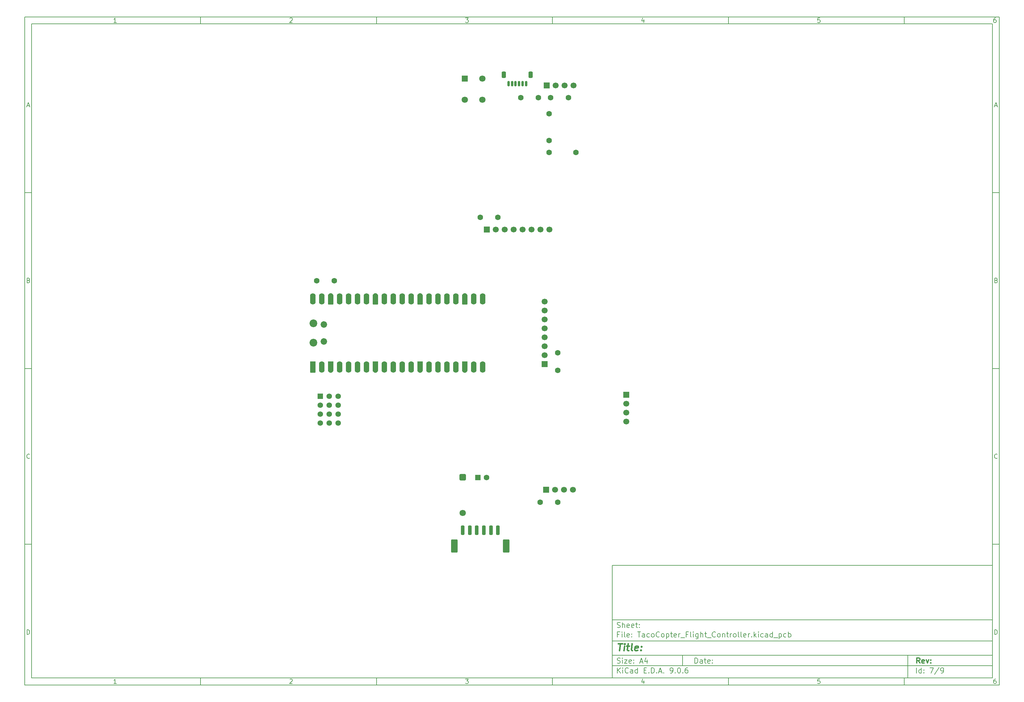
<source format=gts>
%TF.GenerationSoftware,KiCad,Pcbnew,9.0.6*%
%TF.CreationDate,2025-12-22T22:43:43-05:00*%
%TF.ProjectId,TacoCopter_Flight_Controller,5461636f-436f-4707-9465-725f466c6967,rev?*%
%TF.SameCoordinates,Original*%
%TF.FileFunction,Soldermask,Top*%
%TF.FilePolarity,Negative*%
%FSLAX46Y46*%
G04 Gerber Fmt 4.6, Leading zero omitted, Abs format (unit mm)*
G04 Created by KiCad (PCBNEW 9.0.6) date 2025-12-22 22:43:43*
%MOMM*%
%LPD*%
G01*
G04 APERTURE LIST*
G04 Aperture macros list*
%AMRoundRect*
0 Rectangle with rounded corners*
0 $1 Rounding radius*
0 $2 $3 $4 $5 $6 $7 $8 $9 X,Y pos of 4 corners*
0 Add a 4 corners polygon primitive as box body*
4,1,4,$2,$3,$4,$5,$6,$7,$8,$9,$2,$3,0*
0 Add four circle primitives for the rounded corners*
1,1,$1+$1,$2,$3*
1,1,$1+$1,$4,$5*
1,1,$1+$1,$6,$7*
1,1,$1+$1,$8,$9*
0 Add four rect primitives between the rounded corners*
20,1,$1+$1,$2,$3,$4,$5,0*
20,1,$1+$1,$4,$5,$6,$7,0*
20,1,$1+$1,$6,$7,$8,$9,0*
20,1,$1+$1,$8,$9,$2,$3,0*%
%AMFreePoly0*
4,1,37,0.800000,0.796148,0.878414,0.796148,1.032228,0.765552,1.177117,0.705537,1.307515,0.618408,1.418408,0.507515,1.505537,0.377117,1.565552,0.232228,1.596148,0.078414,1.596148,-0.078414,1.565552,-0.232228,1.505537,-0.377117,1.418408,-0.507515,1.307515,-0.618408,1.177117,-0.705537,1.032228,-0.765552,0.878414,-0.796148,0.800000,-0.796148,0.800000,-0.800000,-1.400000,-0.800000,
-1.403843,-0.796157,-1.439018,-0.796157,-1.511114,-0.766294,-1.566294,-0.711114,-1.596157,-0.639018,-1.596157,-0.603843,-1.600000,-0.600000,-1.600000,0.600000,-1.596157,0.603843,-1.596157,0.639018,-1.566294,0.711114,-1.511114,0.766294,-1.439018,0.796157,-1.403843,0.796157,-1.400000,0.800000,0.800000,0.800000,0.800000,0.796148,0.800000,0.796148,$1*%
%AMFreePoly1*
4,1,37,0.000000,0.796148,0.078414,0.796148,0.232228,0.765552,0.377117,0.705537,0.507515,0.618408,0.618408,0.507515,0.705537,0.377117,0.765552,0.232228,0.796148,0.078414,0.796148,-0.078414,0.765552,-0.232228,0.705537,-0.377117,0.618408,-0.507515,0.507515,-0.618408,0.377117,-0.705537,0.232228,-0.765552,0.078414,-0.796148,0.000000,-0.796148,0.000000,-0.800000,-0.600000,-0.800000,
-0.603843,-0.796157,-0.639018,-0.796157,-0.711114,-0.766294,-0.766294,-0.711114,-0.796157,-0.639018,-0.796157,-0.603843,-0.800000,-0.600000,-0.800000,0.600000,-0.796157,0.603843,-0.796157,0.639018,-0.766294,0.711114,-0.711114,0.766294,-0.639018,0.796157,-0.603843,0.796157,-0.600000,0.800000,0.000000,0.800000,0.000000,0.796148,0.000000,0.796148,$1*%
%AMFreePoly2*
4,1,37,0.603843,0.796157,0.639018,0.796157,0.711114,0.766294,0.766294,0.711114,0.796157,0.639018,0.796157,0.603843,0.800000,0.600000,0.800000,-0.600000,0.796157,-0.603843,0.796157,-0.639018,0.766294,-0.711114,0.711114,-0.766294,0.639018,-0.796157,0.603843,-0.796157,0.600000,-0.800000,0.000000,-0.800000,0.000000,-0.796148,-0.078414,-0.796148,-0.232228,-0.765552,-0.377117,-0.705537,
-0.507515,-0.618408,-0.618408,-0.507515,-0.705537,-0.377117,-0.765552,-0.232228,-0.796148,-0.078414,-0.796148,0.078414,-0.765552,0.232228,-0.705537,0.377117,-0.618408,0.507515,-0.507515,0.618408,-0.377117,0.705537,-0.232228,0.765552,-0.078414,0.796148,0.000000,0.796148,0.000000,0.800000,0.600000,0.800000,0.603843,0.796157,0.603843,0.796157,$1*%
%AMFreePoly3*
4,1,37,1.403843,0.796157,1.439018,0.796157,1.511114,0.766294,1.566294,0.711114,1.596157,0.639018,1.596157,0.603843,1.600000,0.600000,1.600000,-0.600000,1.596157,-0.603843,1.596157,-0.639018,1.566294,-0.711114,1.511114,-0.766294,1.439018,-0.796157,1.403843,-0.796157,1.400000,-0.800000,-0.800000,-0.800000,-0.800000,-0.796148,-0.878414,-0.796148,-1.032228,-0.765552,-1.177117,-0.705537,
-1.307515,-0.618408,-1.418408,-0.507515,-1.505537,-0.377117,-1.565552,-0.232228,-1.596148,-0.078414,-1.596148,0.078414,-1.565552,0.232228,-1.505537,0.377117,-1.418408,0.507515,-1.307515,0.618408,-1.177117,0.705537,-1.032228,0.765552,-0.878414,0.796148,-0.800000,0.796148,-0.800000,0.800000,1.400000,0.800000,1.403843,0.796157,1.403843,0.796157,$1*%
G04 Aperture macros list end*
%ADD10C,0.100000*%
%ADD11C,0.150000*%
%ADD12C,0.300000*%
%ADD13C,0.400000*%
%ADD14R,1.700000X1.700000*%
%ADD15C,1.700000*%
%ADD16RoundRect,0.800000X0.000010X-0.800000X0.000010X0.800000X-0.000010X0.800000X-0.000010X-0.800000X0*%
%ADD17C,1.600000*%
%ADD18FreePoly0,90.000000*%
%ADD19FreePoly1,90.000000*%
%ADD20FreePoly2,90.000000*%
%ADD21FreePoly3,90.000000*%
%ADD22RoundRect,0.200000X0.600000X-0.600000X0.600000X0.600000X-0.600000X0.600000X-0.600000X-0.600000X0*%
%ADD23C,2.200000*%
%ADD24C,1.850000*%
%ADD25RoundRect,0.250000X-0.550000X-0.550000X0.550000X-0.550000X0.550000X0.550000X-0.550000X0.550000X0*%
%ADD26R,1.800000X1.800000*%
%ADD27C,1.800000*%
%ADD28RoundRect,0.250000X-0.250000X-1.100000X0.250000X-1.100000X0.250000X1.100000X-0.250000X1.100000X0*%
%ADD29RoundRect,0.250000X-0.650000X-1.650000X0.650000X-1.650000X0.650000X1.650000X-0.650000X1.650000X0*%
%ADD30RoundRect,0.102000X-0.685000X0.685000X-0.685000X-0.685000X0.685000X-0.685000X0.685000X0.685000X0*%
%ADD31C,1.574000*%
%ADD32RoundRect,0.150000X-0.150000X-0.625000X0.150000X-0.625000X0.150000X0.625000X-0.150000X0.625000X0*%
%ADD33RoundRect,0.250000X-0.350000X-0.650000X0.350000X-0.650000X0.350000X0.650000X-0.350000X0.650000X0*%
%ADD34RoundRect,0.250000X-0.650000X0.650000X-0.650000X-0.650000X0.650000X-0.650000X0.650000X0.650000X0*%
G04 APERTURE END LIST*
D10*
D11*
X177002200Y-166007200D02*
X285002200Y-166007200D01*
X285002200Y-198007200D01*
X177002200Y-198007200D01*
X177002200Y-166007200D01*
D10*
D11*
X10000000Y-10000000D02*
X287002200Y-10000000D01*
X287002200Y-200007200D01*
X10000000Y-200007200D01*
X10000000Y-10000000D01*
D10*
D11*
X12000000Y-12000000D02*
X285002200Y-12000000D01*
X285002200Y-198007200D01*
X12000000Y-198007200D01*
X12000000Y-12000000D01*
D10*
D11*
X60000000Y-12000000D02*
X60000000Y-10000000D01*
D10*
D11*
X110000000Y-12000000D02*
X110000000Y-10000000D01*
D10*
D11*
X160000000Y-12000000D02*
X160000000Y-10000000D01*
D10*
D11*
X210000000Y-12000000D02*
X210000000Y-10000000D01*
D10*
D11*
X260000000Y-12000000D02*
X260000000Y-10000000D01*
D10*
D11*
X36089160Y-11593604D02*
X35346303Y-11593604D01*
X35717731Y-11593604D02*
X35717731Y-10293604D01*
X35717731Y-10293604D02*
X35593922Y-10479319D01*
X35593922Y-10479319D02*
X35470112Y-10603128D01*
X35470112Y-10603128D02*
X35346303Y-10665033D01*
D10*
D11*
X85346303Y-10417414D02*
X85408207Y-10355509D01*
X85408207Y-10355509D02*
X85532017Y-10293604D01*
X85532017Y-10293604D02*
X85841541Y-10293604D01*
X85841541Y-10293604D02*
X85965350Y-10355509D01*
X85965350Y-10355509D02*
X86027255Y-10417414D01*
X86027255Y-10417414D02*
X86089160Y-10541223D01*
X86089160Y-10541223D02*
X86089160Y-10665033D01*
X86089160Y-10665033D02*
X86027255Y-10850747D01*
X86027255Y-10850747D02*
X85284398Y-11593604D01*
X85284398Y-11593604D02*
X86089160Y-11593604D01*
D10*
D11*
X135284398Y-10293604D02*
X136089160Y-10293604D01*
X136089160Y-10293604D02*
X135655826Y-10788842D01*
X135655826Y-10788842D02*
X135841541Y-10788842D01*
X135841541Y-10788842D02*
X135965350Y-10850747D01*
X135965350Y-10850747D02*
X136027255Y-10912652D01*
X136027255Y-10912652D02*
X136089160Y-11036461D01*
X136089160Y-11036461D02*
X136089160Y-11345985D01*
X136089160Y-11345985D02*
X136027255Y-11469795D01*
X136027255Y-11469795D02*
X135965350Y-11531700D01*
X135965350Y-11531700D02*
X135841541Y-11593604D01*
X135841541Y-11593604D02*
X135470112Y-11593604D01*
X135470112Y-11593604D02*
X135346303Y-11531700D01*
X135346303Y-11531700D02*
X135284398Y-11469795D01*
D10*
D11*
X185965350Y-10726938D02*
X185965350Y-11593604D01*
X185655826Y-10231700D02*
X185346303Y-11160271D01*
X185346303Y-11160271D02*
X186151064Y-11160271D01*
D10*
D11*
X236027255Y-10293604D02*
X235408207Y-10293604D01*
X235408207Y-10293604D02*
X235346303Y-10912652D01*
X235346303Y-10912652D02*
X235408207Y-10850747D01*
X235408207Y-10850747D02*
X235532017Y-10788842D01*
X235532017Y-10788842D02*
X235841541Y-10788842D01*
X235841541Y-10788842D02*
X235965350Y-10850747D01*
X235965350Y-10850747D02*
X236027255Y-10912652D01*
X236027255Y-10912652D02*
X236089160Y-11036461D01*
X236089160Y-11036461D02*
X236089160Y-11345985D01*
X236089160Y-11345985D02*
X236027255Y-11469795D01*
X236027255Y-11469795D02*
X235965350Y-11531700D01*
X235965350Y-11531700D02*
X235841541Y-11593604D01*
X235841541Y-11593604D02*
X235532017Y-11593604D01*
X235532017Y-11593604D02*
X235408207Y-11531700D01*
X235408207Y-11531700D02*
X235346303Y-11469795D01*
D10*
D11*
X285965350Y-10293604D02*
X285717731Y-10293604D01*
X285717731Y-10293604D02*
X285593922Y-10355509D01*
X285593922Y-10355509D02*
X285532017Y-10417414D01*
X285532017Y-10417414D02*
X285408207Y-10603128D01*
X285408207Y-10603128D02*
X285346303Y-10850747D01*
X285346303Y-10850747D02*
X285346303Y-11345985D01*
X285346303Y-11345985D02*
X285408207Y-11469795D01*
X285408207Y-11469795D02*
X285470112Y-11531700D01*
X285470112Y-11531700D02*
X285593922Y-11593604D01*
X285593922Y-11593604D02*
X285841541Y-11593604D01*
X285841541Y-11593604D02*
X285965350Y-11531700D01*
X285965350Y-11531700D02*
X286027255Y-11469795D01*
X286027255Y-11469795D02*
X286089160Y-11345985D01*
X286089160Y-11345985D02*
X286089160Y-11036461D01*
X286089160Y-11036461D02*
X286027255Y-10912652D01*
X286027255Y-10912652D02*
X285965350Y-10850747D01*
X285965350Y-10850747D02*
X285841541Y-10788842D01*
X285841541Y-10788842D02*
X285593922Y-10788842D01*
X285593922Y-10788842D02*
X285470112Y-10850747D01*
X285470112Y-10850747D02*
X285408207Y-10912652D01*
X285408207Y-10912652D02*
X285346303Y-11036461D01*
D10*
D11*
X60000000Y-198007200D02*
X60000000Y-200007200D01*
D10*
D11*
X110000000Y-198007200D02*
X110000000Y-200007200D01*
D10*
D11*
X160000000Y-198007200D02*
X160000000Y-200007200D01*
D10*
D11*
X210000000Y-198007200D02*
X210000000Y-200007200D01*
D10*
D11*
X260000000Y-198007200D02*
X260000000Y-200007200D01*
D10*
D11*
X36089160Y-199600804D02*
X35346303Y-199600804D01*
X35717731Y-199600804D02*
X35717731Y-198300804D01*
X35717731Y-198300804D02*
X35593922Y-198486519D01*
X35593922Y-198486519D02*
X35470112Y-198610328D01*
X35470112Y-198610328D02*
X35346303Y-198672233D01*
D10*
D11*
X85346303Y-198424614D02*
X85408207Y-198362709D01*
X85408207Y-198362709D02*
X85532017Y-198300804D01*
X85532017Y-198300804D02*
X85841541Y-198300804D01*
X85841541Y-198300804D02*
X85965350Y-198362709D01*
X85965350Y-198362709D02*
X86027255Y-198424614D01*
X86027255Y-198424614D02*
X86089160Y-198548423D01*
X86089160Y-198548423D02*
X86089160Y-198672233D01*
X86089160Y-198672233D02*
X86027255Y-198857947D01*
X86027255Y-198857947D02*
X85284398Y-199600804D01*
X85284398Y-199600804D02*
X86089160Y-199600804D01*
D10*
D11*
X135284398Y-198300804D02*
X136089160Y-198300804D01*
X136089160Y-198300804D02*
X135655826Y-198796042D01*
X135655826Y-198796042D02*
X135841541Y-198796042D01*
X135841541Y-198796042D02*
X135965350Y-198857947D01*
X135965350Y-198857947D02*
X136027255Y-198919852D01*
X136027255Y-198919852D02*
X136089160Y-199043661D01*
X136089160Y-199043661D02*
X136089160Y-199353185D01*
X136089160Y-199353185D02*
X136027255Y-199476995D01*
X136027255Y-199476995D02*
X135965350Y-199538900D01*
X135965350Y-199538900D02*
X135841541Y-199600804D01*
X135841541Y-199600804D02*
X135470112Y-199600804D01*
X135470112Y-199600804D02*
X135346303Y-199538900D01*
X135346303Y-199538900D02*
X135284398Y-199476995D01*
D10*
D11*
X185965350Y-198734138D02*
X185965350Y-199600804D01*
X185655826Y-198238900D02*
X185346303Y-199167471D01*
X185346303Y-199167471D02*
X186151064Y-199167471D01*
D10*
D11*
X236027255Y-198300804D02*
X235408207Y-198300804D01*
X235408207Y-198300804D02*
X235346303Y-198919852D01*
X235346303Y-198919852D02*
X235408207Y-198857947D01*
X235408207Y-198857947D02*
X235532017Y-198796042D01*
X235532017Y-198796042D02*
X235841541Y-198796042D01*
X235841541Y-198796042D02*
X235965350Y-198857947D01*
X235965350Y-198857947D02*
X236027255Y-198919852D01*
X236027255Y-198919852D02*
X236089160Y-199043661D01*
X236089160Y-199043661D02*
X236089160Y-199353185D01*
X236089160Y-199353185D02*
X236027255Y-199476995D01*
X236027255Y-199476995D02*
X235965350Y-199538900D01*
X235965350Y-199538900D02*
X235841541Y-199600804D01*
X235841541Y-199600804D02*
X235532017Y-199600804D01*
X235532017Y-199600804D02*
X235408207Y-199538900D01*
X235408207Y-199538900D02*
X235346303Y-199476995D01*
D10*
D11*
X285965350Y-198300804D02*
X285717731Y-198300804D01*
X285717731Y-198300804D02*
X285593922Y-198362709D01*
X285593922Y-198362709D02*
X285532017Y-198424614D01*
X285532017Y-198424614D02*
X285408207Y-198610328D01*
X285408207Y-198610328D02*
X285346303Y-198857947D01*
X285346303Y-198857947D02*
X285346303Y-199353185D01*
X285346303Y-199353185D02*
X285408207Y-199476995D01*
X285408207Y-199476995D02*
X285470112Y-199538900D01*
X285470112Y-199538900D02*
X285593922Y-199600804D01*
X285593922Y-199600804D02*
X285841541Y-199600804D01*
X285841541Y-199600804D02*
X285965350Y-199538900D01*
X285965350Y-199538900D02*
X286027255Y-199476995D01*
X286027255Y-199476995D02*
X286089160Y-199353185D01*
X286089160Y-199353185D02*
X286089160Y-199043661D01*
X286089160Y-199043661D02*
X286027255Y-198919852D01*
X286027255Y-198919852D02*
X285965350Y-198857947D01*
X285965350Y-198857947D02*
X285841541Y-198796042D01*
X285841541Y-198796042D02*
X285593922Y-198796042D01*
X285593922Y-198796042D02*
X285470112Y-198857947D01*
X285470112Y-198857947D02*
X285408207Y-198919852D01*
X285408207Y-198919852D02*
X285346303Y-199043661D01*
D10*
D11*
X10000000Y-60000000D02*
X12000000Y-60000000D01*
D10*
D11*
X10000000Y-110000000D02*
X12000000Y-110000000D01*
D10*
D11*
X10000000Y-160000000D02*
X12000000Y-160000000D01*
D10*
D11*
X10690476Y-35222176D02*
X11309523Y-35222176D01*
X10566666Y-35593604D02*
X10999999Y-34293604D01*
X10999999Y-34293604D02*
X11433333Y-35593604D01*
D10*
D11*
X11092857Y-84912652D02*
X11278571Y-84974557D01*
X11278571Y-84974557D02*
X11340476Y-85036461D01*
X11340476Y-85036461D02*
X11402380Y-85160271D01*
X11402380Y-85160271D02*
X11402380Y-85345985D01*
X11402380Y-85345985D02*
X11340476Y-85469795D01*
X11340476Y-85469795D02*
X11278571Y-85531700D01*
X11278571Y-85531700D02*
X11154761Y-85593604D01*
X11154761Y-85593604D02*
X10659523Y-85593604D01*
X10659523Y-85593604D02*
X10659523Y-84293604D01*
X10659523Y-84293604D02*
X11092857Y-84293604D01*
X11092857Y-84293604D02*
X11216666Y-84355509D01*
X11216666Y-84355509D02*
X11278571Y-84417414D01*
X11278571Y-84417414D02*
X11340476Y-84541223D01*
X11340476Y-84541223D02*
X11340476Y-84665033D01*
X11340476Y-84665033D02*
X11278571Y-84788842D01*
X11278571Y-84788842D02*
X11216666Y-84850747D01*
X11216666Y-84850747D02*
X11092857Y-84912652D01*
X11092857Y-84912652D02*
X10659523Y-84912652D01*
D10*
D11*
X11402380Y-135469795D02*
X11340476Y-135531700D01*
X11340476Y-135531700D02*
X11154761Y-135593604D01*
X11154761Y-135593604D02*
X11030952Y-135593604D01*
X11030952Y-135593604D02*
X10845238Y-135531700D01*
X10845238Y-135531700D02*
X10721428Y-135407890D01*
X10721428Y-135407890D02*
X10659523Y-135284080D01*
X10659523Y-135284080D02*
X10597619Y-135036461D01*
X10597619Y-135036461D02*
X10597619Y-134850747D01*
X10597619Y-134850747D02*
X10659523Y-134603128D01*
X10659523Y-134603128D02*
X10721428Y-134479319D01*
X10721428Y-134479319D02*
X10845238Y-134355509D01*
X10845238Y-134355509D02*
X11030952Y-134293604D01*
X11030952Y-134293604D02*
X11154761Y-134293604D01*
X11154761Y-134293604D02*
X11340476Y-134355509D01*
X11340476Y-134355509D02*
X11402380Y-134417414D01*
D10*
D11*
X10659523Y-185593604D02*
X10659523Y-184293604D01*
X10659523Y-184293604D02*
X10969047Y-184293604D01*
X10969047Y-184293604D02*
X11154761Y-184355509D01*
X11154761Y-184355509D02*
X11278571Y-184479319D01*
X11278571Y-184479319D02*
X11340476Y-184603128D01*
X11340476Y-184603128D02*
X11402380Y-184850747D01*
X11402380Y-184850747D02*
X11402380Y-185036461D01*
X11402380Y-185036461D02*
X11340476Y-185284080D01*
X11340476Y-185284080D02*
X11278571Y-185407890D01*
X11278571Y-185407890D02*
X11154761Y-185531700D01*
X11154761Y-185531700D02*
X10969047Y-185593604D01*
X10969047Y-185593604D02*
X10659523Y-185593604D01*
D10*
D11*
X287002200Y-60000000D02*
X285002200Y-60000000D01*
D10*
D11*
X287002200Y-110000000D02*
X285002200Y-110000000D01*
D10*
D11*
X287002200Y-160000000D02*
X285002200Y-160000000D01*
D10*
D11*
X285692676Y-35222176D02*
X286311723Y-35222176D01*
X285568866Y-35593604D02*
X286002199Y-34293604D01*
X286002199Y-34293604D02*
X286435533Y-35593604D01*
D10*
D11*
X286095057Y-84912652D02*
X286280771Y-84974557D01*
X286280771Y-84974557D02*
X286342676Y-85036461D01*
X286342676Y-85036461D02*
X286404580Y-85160271D01*
X286404580Y-85160271D02*
X286404580Y-85345985D01*
X286404580Y-85345985D02*
X286342676Y-85469795D01*
X286342676Y-85469795D02*
X286280771Y-85531700D01*
X286280771Y-85531700D02*
X286156961Y-85593604D01*
X286156961Y-85593604D02*
X285661723Y-85593604D01*
X285661723Y-85593604D02*
X285661723Y-84293604D01*
X285661723Y-84293604D02*
X286095057Y-84293604D01*
X286095057Y-84293604D02*
X286218866Y-84355509D01*
X286218866Y-84355509D02*
X286280771Y-84417414D01*
X286280771Y-84417414D02*
X286342676Y-84541223D01*
X286342676Y-84541223D02*
X286342676Y-84665033D01*
X286342676Y-84665033D02*
X286280771Y-84788842D01*
X286280771Y-84788842D02*
X286218866Y-84850747D01*
X286218866Y-84850747D02*
X286095057Y-84912652D01*
X286095057Y-84912652D02*
X285661723Y-84912652D01*
D10*
D11*
X286404580Y-135469795D02*
X286342676Y-135531700D01*
X286342676Y-135531700D02*
X286156961Y-135593604D01*
X286156961Y-135593604D02*
X286033152Y-135593604D01*
X286033152Y-135593604D02*
X285847438Y-135531700D01*
X285847438Y-135531700D02*
X285723628Y-135407890D01*
X285723628Y-135407890D02*
X285661723Y-135284080D01*
X285661723Y-135284080D02*
X285599819Y-135036461D01*
X285599819Y-135036461D02*
X285599819Y-134850747D01*
X285599819Y-134850747D02*
X285661723Y-134603128D01*
X285661723Y-134603128D02*
X285723628Y-134479319D01*
X285723628Y-134479319D02*
X285847438Y-134355509D01*
X285847438Y-134355509D02*
X286033152Y-134293604D01*
X286033152Y-134293604D02*
X286156961Y-134293604D01*
X286156961Y-134293604D02*
X286342676Y-134355509D01*
X286342676Y-134355509D02*
X286404580Y-134417414D01*
D10*
D11*
X285661723Y-185593604D02*
X285661723Y-184293604D01*
X285661723Y-184293604D02*
X285971247Y-184293604D01*
X285971247Y-184293604D02*
X286156961Y-184355509D01*
X286156961Y-184355509D02*
X286280771Y-184479319D01*
X286280771Y-184479319D02*
X286342676Y-184603128D01*
X286342676Y-184603128D02*
X286404580Y-184850747D01*
X286404580Y-184850747D02*
X286404580Y-185036461D01*
X286404580Y-185036461D02*
X286342676Y-185284080D01*
X286342676Y-185284080D02*
X286280771Y-185407890D01*
X286280771Y-185407890D02*
X286156961Y-185531700D01*
X286156961Y-185531700D02*
X285971247Y-185593604D01*
X285971247Y-185593604D02*
X285661723Y-185593604D01*
D10*
D11*
X200458026Y-193793328D02*
X200458026Y-192293328D01*
X200458026Y-192293328D02*
X200815169Y-192293328D01*
X200815169Y-192293328D02*
X201029455Y-192364757D01*
X201029455Y-192364757D02*
X201172312Y-192507614D01*
X201172312Y-192507614D02*
X201243741Y-192650471D01*
X201243741Y-192650471D02*
X201315169Y-192936185D01*
X201315169Y-192936185D02*
X201315169Y-193150471D01*
X201315169Y-193150471D02*
X201243741Y-193436185D01*
X201243741Y-193436185D02*
X201172312Y-193579042D01*
X201172312Y-193579042D02*
X201029455Y-193721900D01*
X201029455Y-193721900D02*
X200815169Y-193793328D01*
X200815169Y-193793328D02*
X200458026Y-193793328D01*
X202600884Y-193793328D02*
X202600884Y-193007614D01*
X202600884Y-193007614D02*
X202529455Y-192864757D01*
X202529455Y-192864757D02*
X202386598Y-192793328D01*
X202386598Y-192793328D02*
X202100884Y-192793328D01*
X202100884Y-192793328D02*
X201958026Y-192864757D01*
X202600884Y-193721900D02*
X202458026Y-193793328D01*
X202458026Y-193793328D02*
X202100884Y-193793328D01*
X202100884Y-193793328D02*
X201958026Y-193721900D01*
X201958026Y-193721900D02*
X201886598Y-193579042D01*
X201886598Y-193579042D02*
X201886598Y-193436185D01*
X201886598Y-193436185D02*
X201958026Y-193293328D01*
X201958026Y-193293328D02*
X202100884Y-193221900D01*
X202100884Y-193221900D02*
X202458026Y-193221900D01*
X202458026Y-193221900D02*
X202600884Y-193150471D01*
X203100884Y-192793328D02*
X203672312Y-192793328D01*
X203315169Y-192293328D02*
X203315169Y-193579042D01*
X203315169Y-193579042D02*
X203386598Y-193721900D01*
X203386598Y-193721900D02*
X203529455Y-193793328D01*
X203529455Y-193793328D02*
X203672312Y-193793328D01*
X204743741Y-193721900D02*
X204600884Y-193793328D01*
X204600884Y-193793328D02*
X204315170Y-193793328D01*
X204315170Y-193793328D02*
X204172312Y-193721900D01*
X204172312Y-193721900D02*
X204100884Y-193579042D01*
X204100884Y-193579042D02*
X204100884Y-193007614D01*
X204100884Y-193007614D02*
X204172312Y-192864757D01*
X204172312Y-192864757D02*
X204315170Y-192793328D01*
X204315170Y-192793328D02*
X204600884Y-192793328D01*
X204600884Y-192793328D02*
X204743741Y-192864757D01*
X204743741Y-192864757D02*
X204815170Y-193007614D01*
X204815170Y-193007614D02*
X204815170Y-193150471D01*
X204815170Y-193150471D02*
X204100884Y-193293328D01*
X205458026Y-193650471D02*
X205529455Y-193721900D01*
X205529455Y-193721900D02*
X205458026Y-193793328D01*
X205458026Y-193793328D02*
X205386598Y-193721900D01*
X205386598Y-193721900D02*
X205458026Y-193650471D01*
X205458026Y-193650471D02*
X205458026Y-193793328D01*
X205458026Y-192864757D02*
X205529455Y-192936185D01*
X205529455Y-192936185D02*
X205458026Y-193007614D01*
X205458026Y-193007614D02*
X205386598Y-192936185D01*
X205386598Y-192936185D02*
X205458026Y-192864757D01*
X205458026Y-192864757D02*
X205458026Y-193007614D01*
D10*
D11*
X177002200Y-194507200D02*
X285002200Y-194507200D01*
D10*
D11*
X178458026Y-196593328D02*
X178458026Y-195093328D01*
X179315169Y-196593328D02*
X178672312Y-195736185D01*
X179315169Y-195093328D02*
X178458026Y-195950471D01*
X179958026Y-196593328D02*
X179958026Y-195593328D01*
X179958026Y-195093328D02*
X179886598Y-195164757D01*
X179886598Y-195164757D02*
X179958026Y-195236185D01*
X179958026Y-195236185D02*
X180029455Y-195164757D01*
X180029455Y-195164757D02*
X179958026Y-195093328D01*
X179958026Y-195093328D02*
X179958026Y-195236185D01*
X181529455Y-196450471D02*
X181458027Y-196521900D01*
X181458027Y-196521900D02*
X181243741Y-196593328D01*
X181243741Y-196593328D02*
X181100884Y-196593328D01*
X181100884Y-196593328D02*
X180886598Y-196521900D01*
X180886598Y-196521900D02*
X180743741Y-196379042D01*
X180743741Y-196379042D02*
X180672312Y-196236185D01*
X180672312Y-196236185D02*
X180600884Y-195950471D01*
X180600884Y-195950471D02*
X180600884Y-195736185D01*
X180600884Y-195736185D02*
X180672312Y-195450471D01*
X180672312Y-195450471D02*
X180743741Y-195307614D01*
X180743741Y-195307614D02*
X180886598Y-195164757D01*
X180886598Y-195164757D02*
X181100884Y-195093328D01*
X181100884Y-195093328D02*
X181243741Y-195093328D01*
X181243741Y-195093328D02*
X181458027Y-195164757D01*
X181458027Y-195164757D02*
X181529455Y-195236185D01*
X182815170Y-196593328D02*
X182815170Y-195807614D01*
X182815170Y-195807614D02*
X182743741Y-195664757D01*
X182743741Y-195664757D02*
X182600884Y-195593328D01*
X182600884Y-195593328D02*
X182315170Y-195593328D01*
X182315170Y-195593328D02*
X182172312Y-195664757D01*
X182815170Y-196521900D02*
X182672312Y-196593328D01*
X182672312Y-196593328D02*
X182315170Y-196593328D01*
X182315170Y-196593328D02*
X182172312Y-196521900D01*
X182172312Y-196521900D02*
X182100884Y-196379042D01*
X182100884Y-196379042D02*
X182100884Y-196236185D01*
X182100884Y-196236185D02*
X182172312Y-196093328D01*
X182172312Y-196093328D02*
X182315170Y-196021900D01*
X182315170Y-196021900D02*
X182672312Y-196021900D01*
X182672312Y-196021900D02*
X182815170Y-195950471D01*
X184172313Y-196593328D02*
X184172313Y-195093328D01*
X184172313Y-196521900D02*
X184029455Y-196593328D01*
X184029455Y-196593328D02*
X183743741Y-196593328D01*
X183743741Y-196593328D02*
X183600884Y-196521900D01*
X183600884Y-196521900D02*
X183529455Y-196450471D01*
X183529455Y-196450471D02*
X183458027Y-196307614D01*
X183458027Y-196307614D02*
X183458027Y-195879042D01*
X183458027Y-195879042D02*
X183529455Y-195736185D01*
X183529455Y-195736185D02*
X183600884Y-195664757D01*
X183600884Y-195664757D02*
X183743741Y-195593328D01*
X183743741Y-195593328D02*
X184029455Y-195593328D01*
X184029455Y-195593328D02*
X184172313Y-195664757D01*
X186029455Y-195807614D02*
X186529455Y-195807614D01*
X186743741Y-196593328D02*
X186029455Y-196593328D01*
X186029455Y-196593328D02*
X186029455Y-195093328D01*
X186029455Y-195093328D02*
X186743741Y-195093328D01*
X187386598Y-196450471D02*
X187458027Y-196521900D01*
X187458027Y-196521900D02*
X187386598Y-196593328D01*
X187386598Y-196593328D02*
X187315170Y-196521900D01*
X187315170Y-196521900D02*
X187386598Y-196450471D01*
X187386598Y-196450471D02*
X187386598Y-196593328D01*
X188100884Y-196593328D02*
X188100884Y-195093328D01*
X188100884Y-195093328D02*
X188458027Y-195093328D01*
X188458027Y-195093328D02*
X188672313Y-195164757D01*
X188672313Y-195164757D02*
X188815170Y-195307614D01*
X188815170Y-195307614D02*
X188886599Y-195450471D01*
X188886599Y-195450471D02*
X188958027Y-195736185D01*
X188958027Y-195736185D02*
X188958027Y-195950471D01*
X188958027Y-195950471D02*
X188886599Y-196236185D01*
X188886599Y-196236185D02*
X188815170Y-196379042D01*
X188815170Y-196379042D02*
X188672313Y-196521900D01*
X188672313Y-196521900D02*
X188458027Y-196593328D01*
X188458027Y-196593328D02*
X188100884Y-196593328D01*
X189600884Y-196450471D02*
X189672313Y-196521900D01*
X189672313Y-196521900D02*
X189600884Y-196593328D01*
X189600884Y-196593328D02*
X189529456Y-196521900D01*
X189529456Y-196521900D02*
X189600884Y-196450471D01*
X189600884Y-196450471D02*
X189600884Y-196593328D01*
X190243742Y-196164757D02*
X190958028Y-196164757D01*
X190100885Y-196593328D02*
X190600885Y-195093328D01*
X190600885Y-195093328D02*
X191100885Y-196593328D01*
X191600884Y-196450471D02*
X191672313Y-196521900D01*
X191672313Y-196521900D02*
X191600884Y-196593328D01*
X191600884Y-196593328D02*
X191529456Y-196521900D01*
X191529456Y-196521900D02*
X191600884Y-196450471D01*
X191600884Y-196450471D02*
X191600884Y-196593328D01*
X193529456Y-196593328D02*
X193815170Y-196593328D01*
X193815170Y-196593328D02*
X193958027Y-196521900D01*
X193958027Y-196521900D02*
X194029456Y-196450471D01*
X194029456Y-196450471D02*
X194172313Y-196236185D01*
X194172313Y-196236185D02*
X194243742Y-195950471D01*
X194243742Y-195950471D02*
X194243742Y-195379042D01*
X194243742Y-195379042D02*
X194172313Y-195236185D01*
X194172313Y-195236185D02*
X194100885Y-195164757D01*
X194100885Y-195164757D02*
X193958027Y-195093328D01*
X193958027Y-195093328D02*
X193672313Y-195093328D01*
X193672313Y-195093328D02*
X193529456Y-195164757D01*
X193529456Y-195164757D02*
X193458027Y-195236185D01*
X193458027Y-195236185D02*
X193386599Y-195379042D01*
X193386599Y-195379042D02*
X193386599Y-195736185D01*
X193386599Y-195736185D02*
X193458027Y-195879042D01*
X193458027Y-195879042D02*
X193529456Y-195950471D01*
X193529456Y-195950471D02*
X193672313Y-196021900D01*
X193672313Y-196021900D02*
X193958027Y-196021900D01*
X193958027Y-196021900D02*
X194100885Y-195950471D01*
X194100885Y-195950471D02*
X194172313Y-195879042D01*
X194172313Y-195879042D02*
X194243742Y-195736185D01*
X194886598Y-196450471D02*
X194958027Y-196521900D01*
X194958027Y-196521900D02*
X194886598Y-196593328D01*
X194886598Y-196593328D02*
X194815170Y-196521900D01*
X194815170Y-196521900D02*
X194886598Y-196450471D01*
X194886598Y-196450471D02*
X194886598Y-196593328D01*
X195886599Y-195093328D02*
X196029456Y-195093328D01*
X196029456Y-195093328D02*
X196172313Y-195164757D01*
X196172313Y-195164757D02*
X196243742Y-195236185D01*
X196243742Y-195236185D02*
X196315170Y-195379042D01*
X196315170Y-195379042D02*
X196386599Y-195664757D01*
X196386599Y-195664757D02*
X196386599Y-196021900D01*
X196386599Y-196021900D02*
X196315170Y-196307614D01*
X196315170Y-196307614D02*
X196243742Y-196450471D01*
X196243742Y-196450471D02*
X196172313Y-196521900D01*
X196172313Y-196521900D02*
X196029456Y-196593328D01*
X196029456Y-196593328D02*
X195886599Y-196593328D01*
X195886599Y-196593328D02*
X195743742Y-196521900D01*
X195743742Y-196521900D02*
X195672313Y-196450471D01*
X195672313Y-196450471D02*
X195600884Y-196307614D01*
X195600884Y-196307614D02*
X195529456Y-196021900D01*
X195529456Y-196021900D02*
X195529456Y-195664757D01*
X195529456Y-195664757D02*
X195600884Y-195379042D01*
X195600884Y-195379042D02*
X195672313Y-195236185D01*
X195672313Y-195236185D02*
X195743742Y-195164757D01*
X195743742Y-195164757D02*
X195886599Y-195093328D01*
X197029455Y-196450471D02*
X197100884Y-196521900D01*
X197100884Y-196521900D02*
X197029455Y-196593328D01*
X197029455Y-196593328D02*
X196958027Y-196521900D01*
X196958027Y-196521900D02*
X197029455Y-196450471D01*
X197029455Y-196450471D02*
X197029455Y-196593328D01*
X198386599Y-195093328D02*
X198100884Y-195093328D01*
X198100884Y-195093328D02*
X197958027Y-195164757D01*
X197958027Y-195164757D02*
X197886599Y-195236185D01*
X197886599Y-195236185D02*
X197743741Y-195450471D01*
X197743741Y-195450471D02*
X197672313Y-195736185D01*
X197672313Y-195736185D02*
X197672313Y-196307614D01*
X197672313Y-196307614D02*
X197743741Y-196450471D01*
X197743741Y-196450471D02*
X197815170Y-196521900D01*
X197815170Y-196521900D02*
X197958027Y-196593328D01*
X197958027Y-196593328D02*
X198243741Y-196593328D01*
X198243741Y-196593328D02*
X198386599Y-196521900D01*
X198386599Y-196521900D02*
X198458027Y-196450471D01*
X198458027Y-196450471D02*
X198529456Y-196307614D01*
X198529456Y-196307614D02*
X198529456Y-195950471D01*
X198529456Y-195950471D02*
X198458027Y-195807614D01*
X198458027Y-195807614D02*
X198386599Y-195736185D01*
X198386599Y-195736185D02*
X198243741Y-195664757D01*
X198243741Y-195664757D02*
X197958027Y-195664757D01*
X197958027Y-195664757D02*
X197815170Y-195736185D01*
X197815170Y-195736185D02*
X197743741Y-195807614D01*
X197743741Y-195807614D02*
X197672313Y-195950471D01*
D10*
D11*
X177002200Y-191507200D02*
X285002200Y-191507200D01*
D10*
D12*
X264413853Y-193785528D02*
X263913853Y-193071242D01*
X263556710Y-193785528D02*
X263556710Y-192285528D01*
X263556710Y-192285528D02*
X264128139Y-192285528D01*
X264128139Y-192285528D02*
X264270996Y-192356957D01*
X264270996Y-192356957D02*
X264342425Y-192428385D01*
X264342425Y-192428385D02*
X264413853Y-192571242D01*
X264413853Y-192571242D02*
X264413853Y-192785528D01*
X264413853Y-192785528D02*
X264342425Y-192928385D01*
X264342425Y-192928385D02*
X264270996Y-192999814D01*
X264270996Y-192999814D02*
X264128139Y-193071242D01*
X264128139Y-193071242D02*
X263556710Y-193071242D01*
X265628139Y-193714100D02*
X265485282Y-193785528D01*
X265485282Y-193785528D02*
X265199568Y-193785528D01*
X265199568Y-193785528D02*
X265056710Y-193714100D01*
X265056710Y-193714100D02*
X264985282Y-193571242D01*
X264985282Y-193571242D02*
X264985282Y-192999814D01*
X264985282Y-192999814D02*
X265056710Y-192856957D01*
X265056710Y-192856957D02*
X265199568Y-192785528D01*
X265199568Y-192785528D02*
X265485282Y-192785528D01*
X265485282Y-192785528D02*
X265628139Y-192856957D01*
X265628139Y-192856957D02*
X265699568Y-192999814D01*
X265699568Y-192999814D02*
X265699568Y-193142671D01*
X265699568Y-193142671D02*
X264985282Y-193285528D01*
X266199567Y-192785528D02*
X266556710Y-193785528D01*
X266556710Y-193785528D02*
X266913853Y-192785528D01*
X267485281Y-193642671D02*
X267556710Y-193714100D01*
X267556710Y-193714100D02*
X267485281Y-193785528D01*
X267485281Y-193785528D02*
X267413853Y-193714100D01*
X267413853Y-193714100D02*
X267485281Y-193642671D01*
X267485281Y-193642671D02*
X267485281Y-193785528D01*
X267485281Y-192856957D02*
X267556710Y-192928385D01*
X267556710Y-192928385D02*
X267485281Y-192999814D01*
X267485281Y-192999814D02*
X267413853Y-192928385D01*
X267413853Y-192928385D02*
X267485281Y-192856957D01*
X267485281Y-192856957D02*
X267485281Y-192999814D01*
D10*
D11*
X178386598Y-193721900D02*
X178600884Y-193793328D01*
X178600884Y-193793328D02*
X178958026Y-193793328D01*
X178958026Y-193793328D02*
X179100884Y-193721900D01*
X179100884Y-193721900D02*
X179172312Y-193650471D01*
X179172312Y-193650471D02*
X179243741Y-193507614D01*
X179243741Y-193507614D02*
X179243741Y-193364757D01*
X179243741Y-193364757D02*
X179172312Y-193221900D01*
X179172312Y-193221900D02*
X179100884Y-193150471D01*
X179100884Y-193150471D02*
X178958026Y-193079042D01*
X178958026Y-193079042D02*
X178672312Y-193007614D01*
X178672312Y-193007614D02*
X178529455Y-192936185D01*
X178529455Y-192936185D02*
X178458026Y-192864757D01*
X178458026Y-192864757D02*
X178386598Y-192721900D01*
X178386598Y-192721900D02*
X178386598Y-192579042D01*
X178386598Y-192579042D02*
X178458026Y-192436185D01*
X178458026Y-192436185D02*
X178529455Y-192364757D01*
X178529455Y-192364757D02*
X178672312Y-192293328D01*
X178672312Y-192293328D02*
X179029455Y-192293328D01*
X179029455Y-192293328D02*
X179243741Y-192364757D01*
X179886597Y-193793328D02*
X179886597Y-192793328D01*
X179886597Y-192293328D02*
X179815169Y-192364757D01*
X179815169Y-192364757D02*
X179886597Y-192436185D01*
X179886597Y-192436185D02*
X179958026Y-192364757D01*
X179958026Y-192364757D02*
X179886597Y-192293328D01*
X179886597Y-192293328D02*
X179886597Y-192436185D01*
X180458026Y-192793328D02*
X181243741Y-192793328D01*
X181243741Y-192793328D02*
X180458026Y-193793328D01*
X180458026Y-193793328D02*
X181243741Y-193793328D01*
X182386598Y-193721900D02*
X182243741Y-193793328D01*
X182243741Y-193793328D02*
X181958027Y-193793328D01*
X181958027Y-193793328D02*
X181815169Y-193721900D01*
X181815169Y-193721900D02*
X181743741Y-193579042D01*
X181743741Y-193579042D02*
X181743741Y-193007614D01*
X181743741Y-193007614D02*
X181815169Y-192864757D01*
X181815169Y-192864757D02*
X181958027Y-192793328D01*
X181958027Y-192793328D02*
X182243741Y-192793328D01*
X182243741Y-192793328D02*
X182386598Y-192864757D01*
X182386598Y-192864757D02*
X182458027Y-193007614D01*
X182458027Y-193007614D02*
X182458027Y-193150471D01*
X182458027Y-193150471D02*
X181743741Y-193293328D01*
X183100883Y-193650471D02*
X183172312Y-193721900D01*
X183172312Y-193721900D02*
X183100883Y-193793328D01*
X183100883Y-193793328D02*
X183029455Y-193721900D01*
X183029455Y-193721900D02*
X183100883Y-193650471D01*
X183100883Y-193650471D02*
X183100883Y-193793328D01*
X183100883Y-192864757D02*
X183172312Y-192936185D01*
X183172312Y-192936185D02*
X183100883Y-193007614D01*
X183100883Y-193007614D02*
X183029455Y-192936185D01*
X183029455Y-192936185D02*
X183100883Y-192864757D01*
X183100883Y-192864757D02*
X183100883Y-193007614D01*
X184886598Y-193364757D02*
X185600884Y-193364757D01*
X184743741Y-193793328D02*
X185243741Y-192293328D01*
X185243741Y-192293328D02*
X185743741Y-193793328D01*
X186886598Y-192793328D02*
X186886598Y-193793328D01*
X186529455Y-192221900D02*
X186172312Y-193293328D01*
X186172312Y-193293328D02*
X187100883Y-193293328D01*
D10*
D11*
X263458026Y-196593328D02*
X263458026Y-195093328D01*
X264815170Y-196593328D02*
X264815170Y-195093328D01*
X264815170Y-196521900D02*
X264672312Y-196593328D01*
X264672312Y-196593328D02*
X264386598Y-196593328D01*
X264386598Y-196593328D02*
X264243741Y-196521900D01*
X264243741Y-196521900D02*
X264172312Y-196450471D01*
X264172312Y-196450471D02*
X264100884Y-196307614D01*
X264100884Y-196307614D02*
X264100884Y-195879042D01*
X264100884Y-195879042D02*
X264172312Y-195736185D01*
X264172312Y-195736185D02*
X264243741Y-195664757D01*
X264243741Y-195664757D02*
X264386598Y-195593328D01*
X264386598Y-195593328D02*
X264672312Y-195593328D01*
X264672312Y-195593328D02*
X264815170Y-195664757D01*
X265529455Y-196450471D02*
X265600884Y-196521900D01*
X265600884Y-196521900D02*
X265529455Y-196593328D01*
X265529455Y-196593328D02*
X265458027Y-196521900D01*
X265458027Y-196521900D02*
X265529455Y-196450471D01*
X265529455Y-196450471D02*
X265529455Y-196593328D01*
X265529455Y-195664757D02*
X265600884Y-195736185D01*
X265600884Y-195736185D02*
X265529455Y-195807614D01*
X265529455Y-195807614D02*
X265458027Y-195736185D01*
X265458027Y-195736185D02*
X265529455Y-195664757D01*
X265529455Y-195664757D02*
X265529455Y-195807614D01*
X267243741Y-195093328D02*
X268243741Y-195093328D01*
X268243741Y-195093328D02*
X267600884Y-196593328D01*
X269886598Y-195021900D02*
X268600884Y-196950471D01*
X270458027Y-196593328D02*
X270743741Y-196593328D01*
X270743741Y-196593328D02*
X270886598Y-196521900D01*
X270886598Y-196521900D02*
X270958027Y-196450471D01*
X270958027Y-196450471D02*
X271100884Y-196236185D01*
X271100884Y-196236185D02*
X271172313Y-195950471D01*
X271172313Y-195950471D02*
X271172313Y-195379042D01*
X271172313Y-195379042D02*
X271100884Y-195236185D01*
X271100884Y-195236185D02*
X271029456Y-195164757D01*
X271029456Y-195164757D02*
X270886598Y-195093328D01*
X270886598Y-195093328D02*
X270600884Y-195093328D01*
X270600884Y-195093328D02*
X270458027Y-195164757D01*
X270458027Y-195164757D02*
X270386598Y-195236185D01*
X270386598Y-195236185D02*
X270315170Y-195379042D01*
X270315170Y-195379042D02*
X270315170Y-195736185D01*
X270315170Y-195736185D02*
X270386598Y-195879042D01*
X270386598Y-195879042D02*
X270458027Y-195950471D01*
X270458027Y-195950471D02*
X270600884Y-196021900D01*
X270600884Y-196021900D02*
X270886598Y-196021900D01*
X270886598Y-196021900D02*
X271029456Y-195950471D01*
X271029456Y-195950471D02*
X271100884Y-195879042D01*
X271100884Y-195879042D02*
X271172313Y-195736185D01*
D10*
D11*
X177002200Y-187507200D02*
X285002200Y-187507200D01*
D10*
D13*
X178693928Y-188211638D02*
X179836785Y-188211638D01*
X179015357Y-190211638D02*
X179265357Y-188211638D01*
X180253452Y-190211638D02*
X180420119Y-188878304D01*
X180503452Y-188211638D02*
X180396309Y-188306876D01*
X180396309Y-188306876D02*
X180479643Y-188402114D01*
X180479643Y-188402114D02*
X180586786Y-188306876D01*
X180586786Y-188306876D02*
X180503452Y-188211638D01*
X180503452Y-188211638D02*
X180479643Y-188402114D01*
X181086786Y-188878304D02*
X181848690Y-188878304D01*
X181455833Y-188211638D02*
X181241548Y-189925923D01*
X181241548Y-189925923D02*
X181312976Y-190116400D01*
X181312976Y-190116400D02*
X181491548Y-190211638D01*
X181491548Y-190211638D02*
X181682024Y-190211638D01*
X182634405Y-190211638D02*
X182455833Y-190116400D01*
X182455833Y-190116400D02*
X182384405Y-189925923D01*
X182384405Y-189925923D02*
X182598690Y-188211638D01*
X184170119Y-190116400D02*
X183967738Y-190211638D01*
X183967738Y-190211638D02*
X183586785Y-190211638D01*
X183586785Y-190211638D02*
X183408214Y-190116400D01*
X183408214Y-190116400D02*
X183336785Y-189925923D01*
X183336785Y-189925923D02*
X183432024Y-189164019D01*
X183432024Y-189164019D02*
X183551071Y-188973542D01*
X183551071Y-188973542D02*
X183753452Y-188878304D01*
X183753452Y-188878304D02*
X184134404Y-188878304D01*
X184134404Y-188878304D02*
X184312976Y-188973542D01*
X184312976Y-188973542D02*
X184384404Y-189164019D01*
X184384404Y-189164019D02*
X184360595Y-189354495D01*
X184360595Y-189354495D02*
X183384404Y-189544971D01*
X185134405Y-190021161D02*
X185217738Y-190116400D01*
X185217738Y-190116400D02*
X185110595Y-190211638D01*
X185110595Y-190211638D02*
X185027262Y-190116400D01*
X185027262Y-190116400D02*
X185134405Y-190021161D01*
X185134405Y-190021161D02*
X185110595Y-190211638D01*
X185265357Y-188973542D02*
X185348690Y-189068780D01*
X185348690Y-189068780D02*
X185241548Y-189164019D01*
X185241548Y-189164019D02*
X185158214Y-189068780D01*
X185158214Y-189068780D02*
X185265357Y-188973542D01*
X185265357Y-188973542D02*
X185241548Y-189164019D01*
D10*
D11*
X178958026Y-185607614D02*
X178458026Y-185607614D01*
X178458026Y-186393328D02*
X178458026Y-184893328D01*
X178458026Y-184893328D02*
X179172312Y-184893328D01*
X179743740Y-186393328D02*
X179743740Y-185393328D01*
X179743740Y-184893328D02*
X179672312Y-184964757D01*
X179672312Y-184964757D02*
X179743740Y-185036185D01*
X179743740Y-185036185D02*
X179815169Y-184964757D01*
X179815169Y-184964757D02*
X179743740Y-184893328D01*
X179743740Y-184893328D02*
X179743740Y-185036185D01*
X180672312Y-186393328D02*
X180529455Y-186321900D01*
X180529455Y-186321900D02*
X180458026Y-186179042D01*
X180458026Y-186179042D02*
X180458026Y-184893328D01*
X181815169Y-186321900D02*
X181672312Y-186393328D01*
X181672312Y-186393328D02*
X181386598Y-186393328D01*
X181386598Y-186393328D02*
X181243740Y-186321900D01*
X181243740Y-186321900D02*
X181172312Y-186179042D01*
X181172312Y-186179042D02*
X181172312Y-185607614D01*
X181172312Y-185607614D02*
X181243740Y-185464757D01*
X181243740Y-185464757D02*
X181386598Y-185393328D01*
X181386598Y-185393328D02*
X181672312Y-185393328D01*
X181672312Y-185393328D02*
X181815169Y-185464757D01*
X181815169Y-185464757D02*
X181886598Y-185607614D01*
X181886598Y-185607614D02*
X181886598Y-185750471D01*
X181886598Y-185750471D02*
X181172312Y-185893328D01*
X182529454Y-186250471D02*
X182600883Y-186321900D01*
X182600883Y-186321900D02*
X182529454Y-186393328D01*
X182529454Y-186393328D02*
X182458026Y-186321900D01*
X182458026Y-186321900D02*
X182529454Y-186250471D01*
X182529454Y-186250471D02*
X182529454Y-186393328D01*
X182529454Y-185464757D02*
X182600883Y-185536185D01*
X182600883Y-185536185D02*
X182529454Y-185607614D01*
X182529454Y-185607614D02*
X182458026Y-185536185D01*
X182458026Y-185536185D02*
X182529454Y-185464757D01*
X182529454Y-185464757D02*
X182529454Y-185607614D01*
X184172312Y-184893328D02*
X185029455Y-184893328D01*
X184600883Y-186393328D02*
X184600883Y-184893328D01*
X186172312Y-186393328D02*
X186172312Y-185607614D01*
X186172312Y-185607614D02*
X186100883Y-185464757D01*
X186100883Y-185464757D02*
X185958026Y-185393328D01*
X185958026Y-185393328D02*
X185672312Y-185393328D01*
X185672312Y-185393328D02*
X185529454Y-185464757D01*
X186172312Y-186321900D02*
X186029454Y-186393328D01*
X186029454Y-186393328D02*
X185672312Y-186393328D01*
X185672312Y-186393328D02*
X185529454Y-186321900D01*
X185529454Y-186321900D02*
X185458026Y-186179042D01*
X185458026Y-186179042D02*
X185458026Y-186036185D01*
X185458026Y-186036185D02*
X185529454Y-185893328D01*
X185529454Y-185893328D02*
X185672312Y-185821900D01*
X185672312Y-185821900D02*
X186029454Y-185821900D01*
X186029454Y-185821900D02*
X186172312Y-185750471D01*
X187529455Y-186321900D02*
X187386597Y-186393328D01*
X187386597Y-186393328D02*
X187100883Y-186393328D01*
X187100883Y-186393328D02*
X186958026Y-186321900D01*
X186958026Y-186321900D02*
X186886597Y-186250471D01*
X186886597Y-186250471D02*
X186815169Y-186107614D01*
X186815169Y-186107614D02*
X186815169Y-185679042D01*
X186815169Y-185679042D02*
X186886597Y-185536185D01*
X186886597Y-185536185D02*
X186958026Y-185464757D01*
X186958026Y-185464757D02*
X187100883Y-185393328D01*
X187100883Y-185393328D02*
X187386597Y-185393328D01*
X187386597Y-185393328D02*
X187529455Y-185464757D01*
X188386597Y-186393328D02*
X188243740Y-186321900D01*
X188243740Y-186321900D02*
X188172311Y-186250471D01*
X188172311Y-186250471D02*
X188100883Y-186107614D01*
X188100883Y-186107614D02*
X188100883Y-185679042D01*
X188100883Y-185679042D02*
X188172311Y-185536185D01*
X188172311Y-185536185D02*
X188243740Y-185464757D01*
X188243740Y-185464757D02*
X188386597Y-185393328D01*
X188386597Y-185393328D02*
X188600883Y-185393328D01*
X188600883Y-185393328D02*
X188743740Y-185464757D01*
X188743740Y-185464757D02*
X188815169Y-185536185D01*
X188815169Y-185536185D02*
X188886597Y-185679042D01*
X188886597Y-185679042D02*
X188886597Y-186107614D01*
X188886597Y-186107614D02*
X188815169Y-186250471D01*
X188815169Y-186250471D02*
X188743740Y-186321900D01*
X188743740Y-186321900D02*
X188600883Y-186393328D01*
X188600883Y-186393328D02*
X188386597Y-186393328D01*
X190386597Y-186250471D02*
X190315169Y-186321900D01*
X190315169Y-186321900D02*
X190100883Y-186393328D01*
X190100883Y-186393328D02*
X189958026Y-186393328D01*
X189958026Y-186393328D02*
X189743740Y-186321900D01*
X189743740Y-186321900D02*
X189600883Y-186179042D01*
X189600883Y-186179042D02*
X189529454Y-186036185D01*
X189529454Y-186036185D02*
X189458026Y-185750471D01*
X189458026Y-185750471D02*
X189458026Y-185536185D01*
X189458026Y-185536185D02*
X189529454Y-185250471D01*
X189529454Y-185250471D02*
X189600883Y-185107614D01*
X189600883Y-185107614D02*
X189743740Y-184964757D01*
X189743740Y-184964757D02*
X189958026Y-184893328D01*
X189958026Y-184893328D02*
X190100883Y-184893328D01*
X190100883Y-184893328D02*
X190315169Y-184964757D01*
X190315169Y-184964757D02*
X190386597Y-185036185D01*
X191243740Y-186393328D02*
X191100883Y-186321900D01*
X191100883Y-186321900D02*
X191029454Y-186250471D01*
X191029454Y-186250471D02*
X190958026Y-186107614D01*
X190958026Y-186107614D02*
X190958026Y-185679042D01*
X190958026Y-185679042D02*
X191029454Y-185536185D01*
X191029454Y-185536185D02*
X191100883Y-185464757D01*
X191100883Y-185464757D02*
X191243740Y-185393328D01*
X191243740Y-185393328D02*
X191458026Y-185393328D01*
X191458026Y-185393328D02*
X191600883Y-185464757D01*
X191600883Y-185464757D02*
X191672312Y-185536185D01*
X191672312Y-185536185D02*
X191743740Y-185679042D01*
X191743740Y-185679042D02*
X191743740Y-186107614D01*
X191743740Y-186107614D02*
X191672312Y-186250471D01*
X191672312Y-186250471D02*
X191600883Y-186321900D01*
X191600883Y-186321900D02*
X191458026Y-186393328D01*
X191458026Y-186393328D02*
X191243740Y-186393328D01*
X192386597Y-185393328D02*
X192386597Y-186893328D01*
X192386597Y-185464757D02*
X192529455Y-185393328D01*
X192529455Y-185393328D02*
X192815169Y-185393328D01*
X192815169Y-185393328D02*
X192958026Y-185464757D01*
X192958026Y-185464757D02*
X193029455Y-185536185D01*
X193029455Y-185536185D02*
X193100883Y-185679042D01*
X193100883Y-185679042D02*
X193100883Y-186107614D01*
X193100883Y-186107614D02*
X193029455Y-186250471D01*
X193029455Y-186250471D02*
X192958026Y-186321900D01*
X192958026Y-186321900D02*
X192815169Y-186393328D01*
X192815169Y-186393328D02*
X192529455Y-186393328D01*
X192529455Y-186393328D02*
X192386597Y-186321900D01*
X193529455Y-185393328D02*
X194100883Y-185393328D01*
X193743740Y-184893328D02*
X193743740Y-186179042D01*
X193743740Y-186179042D02*
X193815169Y-186321900D01*
X193815169Y-186321900D02*
X193958026Y-186393328D01*
X193958026Y-186393328D02*
X194100883Y-186393328D01*
X195172312Y-186321900D02*
X195029455Y-186393328D01*
X195029455Y-186393328D02*
X194743741Y-186393328D01*
X194743741Y-186393328D02*
X194600883Y-186321900D01*
X194600883Y-186321900D02*
X194529455Y-186179042D01*
X194529455Y-186179042D02*
X194529455Y-185607614D01*
X194529455Y-185607614D02*
X194600883Y-185464757D01*
X194600883Y-185464757D02*
X194743741Y-185393328D01*
X194743741Y-185393328D02*
X195029455Y-185393328D01*
X195029455Y-185393328D02*
X195172312Y-185464757D01*
X195172312Y-185464757D02*
X195243741Y-185607614D01*
X195243741Y-185607614D02*
X195243741Y-185750471D01*
X195243741Y-185750471D02*
X194529455Y-185893328D01*
X195886597Y-186393328D02*
X195886597Y-185393328D01*
X195886597Y-185679042D02*
X195958026Y-185536185D01*
X195958026Y-185536185D02*
X196029455Y-185464757D01*
X196029455Y-185464757D02*
X196172312Y-185393328D01*
X196172312Y-185393328D02*
X196315169Y-185393328D01*
X196458026Y-186536185D02*
X197600883Y-186536185D01*
X198458025Y-185607614D02*
X197958025Y-185607614D01*
X197958025Y-186393328D02*
X197958025Y-184893328D01*
X197958025Y-184893328D02*
X198672311Y-184893328D01*
X199458025Y-186393328D02*
X199315168Y-186321900D01*
X199315168Y-186321900D02*
X199243739Y-186179042D01*
X199243739Y-186179042D02*
X199243739Y-184893328D01*
X200029453Y-186393328D02*
X200029453Y-185393328D01*
X200029453Y-184893328D02*
X199958025Y-184964757D01*
X199958025Y-184964757D02*
X200029453Y-185036185D01*
X200029453Y-185036185D02*
X200100882Y-184964757D01*
X200100882Y-184964757D02*
X200029453Y-184893328D01*
X200029453Y-184893328D02*
X200029453Y-185036185D01*
X201386597Y-185393328D02*
X201386597Y-186607614D01*
X201386597Y-186607614D02*
X201315168Y-186750471D01*
X201315168Y-186750471D02*
X201243739Y-186821900D01*
X201243739Y-186821900D02*
X201100882Y-186893328D01*
X201100882Y-186893328D02*
X200886597Y-186893328D01*
X200886597Y-186893328D02*
X200743739Y-186821900D01*
X201386597Y-186321900D02*
X201243739Y-186393328D01*
X201243739Y-186393328D02*
X200958025Y-186393328D01*
X200958025Y-186393328D02*
X200815168Y-186321900D01*
X200815168Y-186321900D02*
X200743739Y-186250471D01*
X200743739Y-186250471D02*
X200672311Y-186107614D01*
X200672311Y-186107614D02*
X200672311Y-185679042D01*
X200672311Y-185679042D02*
X200743739Y-185536185D01*
X200743739Y-185536185D02*
X200815168Y-185464757D01*
X200815168Y-185464757D02*
X200958025Y-185393328D01*
X200958025Y-185393328D02*
X201243739Y-185393328D01*
X201243739Y-185393328D02*
X201386597Y-185464757D01*
X202100882Y-186393328D02*
X202100882Y-184893328D01*
X202743740Y-186393328D02*
X202743740Y-185607614D01*
X202743740Y-185607614D02*
X202672311Y-185464757D01*
X202672311Y-185464757D02*
X202529454Y-185393328D01*
X202529454Y-185393328D02*
X202315168Y-185393328D01*
X202315168Y-185393328D02*
X202172311Y-185464757D01*
X202172311Y-185464757D02*
X202100882Y-185536185D01*
X203243740Y-185393328D02*
X203815168Y-185393328D01*
X203458025Y-184893328D02*
X203458025Y-186179042D01*
X203458025Y-186179042D02*
X203529454Y-186321900D01*
X203529454Y-186321900D02*
X203672311Y-186393328D01*
X203672311Y-186393328D02*
X203815168Y-186393328D01*
X203958026Y-186536185D02*
X205100883Y-186536185D01*
X206315168Y-186250471D02*
X206243740Y-186321900D01*
X206243740Y-186321900D02*
X206029454Y-186393328D01*
X206029454Y-186393328D02*
X205886597Y-186393328D01*
X205886597Y-186393328D02*
X205672311Y-186321900D01*
X205672311Y-186321900D02*
X205529454Y-186179042D01*
X205529454Y-186179042D02*
X205458025Y-186036185D01*
X205458025Y-186036185D02*
X205386597Y-185750471D01*
X205386597Y-185750471D02*
X205386597Y-185536185D01*
X205386597Y-185536185D02*
X205458025Y-185250471D01*
X205458025Y-185250471D02*
X205529454Y-185107614D01*
X205529454Y-185107614D02*
X205672311Y-184964757D01*
X205672311Y-184964757D02*
X205886597Y-184893328D01*
X205886597Y-184893328D02*
X206029454Y-184893328D01*
X206029454Y-184893328D02*
X206243740Y-184964757D01*
X206243740Y-184964757D02*
X206315168Y-185036185D01*
X207172311Y-186393328D02*
X207029454Y-186321900D01*
X207029454Y-186321900D02*
X206958025Y-186250471D01*
X206958025Y-186250471D02*
X206886597Y-186107614D01*
X206886597Y-186107614D02*
X206886597Y-185679042D01*
X206886597Y-185679042D02*
X206958025Y-185536185D01*
X206958025Y-185536185D02*
X207029454Y-185464757D01*
X207029454Y-185464757D02*
X207172311Y-185393328D01*
X207172311Y-185393328D02*
X207386597Y-185393328D01*
X207386597Y-185393328D02*
X207529454Y-185464757D01*
X207529454Y-185464757D02*
X207600883Y-185536185D01*
X207600883Y-185536185D02*
X207672311Y-185679042D01*
X207672311Y-185679042D02*
X207672311Y-186107614D01*
X207672311Y-186107614D02*
X207600883Y-186250471D01*
X207600883Y-186250471D02*
X207529454Y-186321900D01*
X207529454Y-186321900D02*
X207386597Y-186393328D01*
X207386597Y-186393328D02*
X207172311Y-186393328D01*
X208315168Y-185393328D02*
X208315168Y-186393328D01*
X208315168Y-185536185D02*
X208386597Y-185464757D01*
X208386597Y-185464757D02*
X208529454Y-185393328D01*
X208529454Y-185393328D02*
X208743740Y-185393328D01*
X208743740Y-185393328D02*
X208886597Y-185464757D01*
X208886597Y-185464757D02*
X208958026Y-185607614D01*
X208958026Y-185607614D02*
X208958026Y-186393328D01*
X209458026Y-185393328D02*
X210029454Y-185393328D01*
X209672311Y-184893328D02*
X209672311Y-186179042D01*
X209672311Y-186179042D02*
X209743740Y-186321900D01*
X209743740Y-186321900D02*
X209886597Y-186393328D01*
X209886597Y-186393328D02*
X210029454Y-186393328D01*
X210529454Y-186393328D02*
X210529454Y-185393328D01*
X210529454Y-185679042D02*
X210600883Y-185536185D01*
X210600883Y-185536185D02*
X210672312Y-185464757D01*
X210672312Y-185464757D02*
X210815169Y-185393328D01*
X210815169Y-185393328D02*
X210958026Y-185393328D01*
X211672311Y-186393328D02*
X211529454Y-186321900D01*
X211529454Y-186321900D02*
X211458025Y-186250471D01*
X211458025Y-186250471D02*
X211386597Y-186107614D01*
X211386597Y-186107614D02*
X211386597Y-185679042D01*
X211386597Y-185679042D02*
X211458025Y-185536185D01*
X211458025Y-185536185D02*
X211529454Y-185464757D01*
X211529454Y-185464757D02*
X211672311Y-185393328D01*
X211672311Y-185393328D02*
X211886597Y-185393328D01*
X211886597Y-185393328D02*
X212029454Y-185464757D01*
X212029454Y-185464757D02*
X212100883Y-185536185D01*
X212100883Y-185536185D02*
X212172311Y-185679042D01*
X212172311Y-185679042D02*
X212172311Y-186107614D01*
X212172311Y-186107614D02*
X212100883Y-186250471D01*
X212100883Y-186250471D02*
X212029454Y-186321900D01*
X212029454Y-186321900D02*
X211886597Y-186393328D01*
X211886597Y-186393328D02*
X211672311Y-186393328D01*
X213029454Y-186393328D02*
X212886597Y-186321900D01*
X212886597Y-186321900D02*
X212815168Y-186179042D01*
X212815168Y-186179042D02*
X212815168Y-184893328D01*
X213815168Y-186393328D02*
X213672311Y-186321900D01*
X213672311Y-186321900D02*
X213600882Y-186179042D01*
X213600882Y-186179042D02*
X213600882Y-184893328D01*
X214958025Y-186321900D02*
X214815168Y-186393328D01*
X214815168Y-186393328D02*
X214529454Y-186393328D01*
X214529454Y-186393328D02*
X214386596Y-186321900D01*
X214386596Y-186321900D02*
X214315168Y-186179042D01*
X214315168Y-186179042D02*
X214315168Y-185607614D01*
X214315168Y-185607614D02*
X214386596Y-185464757D01*
X214386596Y-185464757D02*
X214529454Y-185393328D01*
X214529454Y-185393328D02*
X214815168Y-185393328D01*
X214815168Y-185393328D02*
X214958025Y-185464757D01*
X214958025Y-185464757D02*
X215029454Y-185607614D01*
X215029454Y-185607614D02*
X215029454Y-185750471D01*
X215029454Y-185750471D02*
X214315168Y-185893328D01*
X215672310Y-186393328D02*
X215672310Y-185393328D01*
X215672310Y-185679042D02*
X215743739Y-185536185D01*
X215743739Y-185536185D02*
X215815168Y-185464757D01*
X215815168Y-185464757D02*
X215958025Y-185393328D01*
X215958025Y-185393328D02*
X216100882Y-185393328D01*
X216600881Y-186250471D02*
X216672310Y-186321900D01*
X216672310Y-186321900D02*
X216600881Y-186393328D01*
X216600881Y-186393328D02*
X216529453Y-186321900D01*
X216529453Y-186321900D02*
X216600881Y-186250471D01*
X216600881Y-186250471D02*
X216600881Y-186393328D01*
X217315167Y-186393328D02*
X217315167Y-184893328D01*
X217458025Y-185821900D02*
X217886596Y-186393328D01*
X217886596Y-185393328D02*
X217315167Y-185964757D01*
X218529453Y-186393328D02*
X218529453Y-185393328D01*
X218529453Y-184893328D02*
X218458025Y-184964757D01*
X218458025Y-184964757D02*
X218529453Y-185036185D01*
X218529453Y-185036185D02*
X218600882Y-184964757D01*
X218600882Y-184964757D02*
X218529453Y-184893328D01*
X218529453Y-184893328D02*
X218529453Y-185036185D01*
X219886597Y-186321900D02*
X219743739Y-186393328D01*
X219743739Y-186393328D02*
X219458025Y-186393328D01*
X219458025Y-186393328D02*
X219315168Y-186321900D01*
X219315168Y-186321900D02*
X219243739Y-186250471D01*
X219243739Y-186250471D02*
X219172311Y-186107614D01*
X219172311Y-186107614D02*
X219172311Y-185679042D01*
X219172311Y-185679042D02*
X219243739Y-185536185D01*
X219243739Y-185536185D02*
X219315168Y-185464757D01*
X219315168Y-185464757D02*
X219458025Y-185393328D01*
X219458025Y-185393328D02*
X219743739Y-185393328D01*
X219743739Y-185393328D02*
X219886597Y-185464757D01*
X221172311Y-186393328D02*
X221172311Y-185607614D01*
X221172311Y-185607614D02*
X221100882Y-185464757D01*
X221100882Y-185464757D02*
X220958025Y-185393328D01*
X220958025Y-185393328D02*
X220672311Y-185393328D01*
X220672311Y-185393328D02*
X220529453Y-185464757D01*
X221172311Y-186321900D02*
X221029453Y-186393328D01*
X221029453Y-186393328D02*
X220672311Y-186393328D01*
X220672311Y-186393328D02*
X220529453Y-186321900D01*
X220529453Y-186321900D02*
X220458025Y-186179042D01*
X220458025Y-186179042D02*
X220458025Y-186036185D01*
X220458025Y-186036185D02*
X220529453Y-185893328D01*
X220529453Y-185893328D02*
X220672311Y-185821900D01*
X220672311Y-185821900D02*
X221029453Y-185821900D01*
X221029453Y-185821900D02*
X221172311Y-185750471D01*
X222529454Y-186393328D02*
X222529454Y-184893328D01*
X222529454Y-186321900D02*
X222386596Y-186393328D01*
X222386596Y-186393328D02*
X222100882Y-186393328D01*
X222100882Y-186393328D02*
X221958025Y-186321900D01*
X221958025Y-186321900D02*
X221886596Y-186250471D01*
X221886596Y-186250471D02*
X221815168Y-186107614D01*
X221815168Y-186107614D02*
X221815168Y-185679042D01*
X221815168Y-185679042D02*
X221886596Y-185536185D01*
X221886596Y-185536185D02*
X221958025Y-185464757D01*
X221958025Y-185464757D02*
X222100882Y-185393328D01*
X222100882Y-185393328D02*
X222386596Y-185393328D01*
X222386596Y-185393328D02*
X222529454Y-185464757D01*
X222886597Y-186536185D02*
X224029454Y-186536185D01*
X224386596Y-185393328D02*
X224386596Y-186893328D01*
X224386596Y-185464757D02*
X224529454Y-185393328D01*
X224529454Y-185393328D02*
X224815168Y-185393328D01*
X224815168Y-185393328D02*
X224958025Y-185464757D01*
X224958025Y-185464757D02*
X225029454Y-185536185D01*
X225029454Y-185536185D02*
X225100882Y-185679042D01*
X225100882Y-185679042D02*
X225100882Y-186107614D01*
X225100882Y-186107614D02*
X225029454Y-186250471D01*
X225029454Y-186250471D02*
X224958025Y-186321900D01*
X224958025Y-186321900D02*
X224815168Y-186393328D01*
X224815168Y-186393328D02*
X224529454Y-186393328D01*
X224529454Y-186393328D02*
X224386596Y-186321900D01*
X226386597Y-186321900D02*
X226243739Y-186393328D01*
X226243739Y-186393328D02*
X225958025Y-186393328D01*
X225958025Y-186393328D02*
X225815168Y-186321900D01*
X225815168Y-186321900D02*
X225743739Y-186250471D01*
X225743739Y-186250471D02*
X225672311Y-186107614D01*
X225672311Y-186107614D02*
X225672311Y-185679042D01*
X225672311Y-185679042D02*
X225743739Y-185536185D01*
X225743739Y-185536185D02*
X225815168Y-185464757D01*
X225815168Y-185464757D02*
X225958025Y-185393328D01*
X225958025Y-185393328D02*
X226243739Y-185393328D01*
X226243739Y-185393328D02*
X226386597Y-185464757D01*
X227029453Y-186393328D02*
X227029453Y-184893328D01*
X227029453Y-185464757D02*
X227172311Y-185393328D01*
X227172311Y-185393328D02*
X227458025Y-185393328D01*
X227458025Y-185393328D02*
X227600882Y-185464757D01*
X227600882Y-185464757D02*
X227672311Y-185536185D01*
X227672311Y-185536185D02*
X227743739Y-185679042D01*
X227743739Y-185679042D02*
X227743739Y-186107614D01*
X227743739Y-186107614D02*
X227672311Y-186250471D01*
X227672311Y-186250471D02*
X227600882Y-186321900D01*
X227600882Y-186321900D02*
X227458025Y-186393328D01*
X227458025Y-186393328D02*
X227172311Y-186393328D01*
X227172311Y-186393328D02*
X227029453Y-186321900D01*
D10*
D11*
X177002200Y-181507200D02*
X285002200Y-181507200D01*
D10*
D11*
X178386598Y-183621900D02*
X178600884Y-183693328D01*
X178600884Y-183693328D02*
X178958026Y-183693328D01*
X178958026Y-183693328D02*
X179100884Y-183621900D01*
X179100884Y-183621900D02*
X179172312Y-183550471D01*
X179172312Y-183550471D02*
X179243741Y-183407614D01*
X179243741Y-183407614D02*
X179243741Y-183264757D01*
X179243741Y-183264757D02*
X179172312Y-183121900D01*
X179172312Y-183121900D02*
X179100884Y-183050471D01*
X179100884Y-183050471D02*
X178958026Y-182979042D01*
X178958026Y-182979042D02*
X178672312Y-182907614D01*
X178672312Y-182907614D02*
X178529455Y-182836185D01*
X178529455Y-182836185D02*
X178458026Y-182764757D01*
X178458026Y-182764757D02*
X178386598Y-182621900D01*
X178386598Y-182621900D02*
X178386598Y-182479042D01*
X178386598Y-182479042D02*
X178458026Y-182336185D01*
X178458026Y-182336185D02*
X178529455Y-182264757D01*
X178529455Y-182264757D02*
X178672312Y-182193328D01*
X178672312Y-182193328D02*
X179029455Y-182193328D01*
X179029455Y-182193328D02*
X179243741Y-182264757D01*
X179886597Y-183693328D02*
X179886597Y-182193328D01*
X180529455Y-183693328D02*
X180529455Y-182907614D01*
X180529455Y-182907614D02*
X180458026Y-182764757D01*
X180458026Y-182764757D02*
X180315169Y-182693328D01*
X180315169Y-182693328D02*
X180100883Y-182693328D01*
X180100883Y-182693328D02*
X179958026Y-182764757D01*
X179958026Y-182764757D02*
X179886597Y-182836185D01*
X181815169Y-183621900D02*
X181672312Y-183693328D01*
X181672312Y-183693328D02*
X181386598Y-183693328D01*
X181386598Y-183693328D02*
X181243740Y-183621900D01*
X181243740Y-183621900D02*
X181172312Y-183479042D01*
X181172312Y-183479042D02*
X181172312Y-182907614D01*
X181172312Y-182907614D02*
X181243740Y-182764757D01*
X181243740Y-182764757D02*
X181386598Y-182693328D01*
X181386598Y-182693328D02*
X181672312Y-182693328D01*
X181672312Y-182693328D02*
X181815169Y-182764757D01*
X181815169Y-182764757D02*
X181886598Y-182907614D01*
X181886598Y-182907614D02*
X181886598Y-183050471D01*
X181886598Y-183050471D02*
X181172312Y-183193328D01*
X183100883Y-183621900D02*
X182958026Y-183693328D01*
X182958026Y-183693328D02*
X182672312Y-183693328D01*
X182672312Y-183693328D02*
X182529454Y-183621900D01*
X182529454Y-183621900D02*
X182458026Y-183479042D01*
X182458026Y-183479042D02*
X182458026Y-182907614D01*
X182458026Y-182907614D02*
X182529454Y-182764757D01*
X182529454Y-182764757D02*
X182672312Y-182693328D01*
X182672312Y-182693328D02*
X182958026Y-182693328D01*
X182958026Y-182693328D02*
X183100883Y-182764757D01*
X183100883Y-182764757D02*
X183172312Y-182907614D01*
X183172312Y-182907614D02*
X183172312Y-183050471D01*
X183172312Y-183050471D02*
X182458026Y-183193328D01*
X183600883Y-182693328D02*
X184172311Y-182693328D01*
X183815168Y-182193328D02*
X183815168Y-183479042D01*
X183815168Y-183479042D02*
X183886597Y-183621900D01*
X183886597Y-183621900D02*
X184029454Y-183693328D01*
X184029454Y-183693328D02*
X184172311Y-183693328D01*
X184672311Y-183550471D02*
X184743740Y-183621900D01*
X184743740Y-183621900D02*
X184672311Y-183693328D01*
X184672311Y-183693328D02*
X184600883Y-183621900D01*
X184600883Y-183621900D02*
X184672311Y-183550471D01*
X184672311Y-183550471D02*
X184672311Y-183693328D01*
X184672311Y-182764757D02*
X184743740Y-182836185D01*
X184743740Y-182836185D02*
X184672311Y-182907614D01*
X184672311Y-182907614D02*
X184600883Y-182836185D01*
X184600883Y-182836185D02*
X184672311Y-182764757D01*
X184672311Y-182764757D02*
X184672311Y-182907614D01*
D10*
D11*
X197002200Y-191507200D02*
X197002200Y-194507200D01*
D10*
D11*
X261002200Y-191507200D02*
X261002200Y-198007200D01*
D14*
%TO.C,U1*%
X157759637Y-108700000D03*
D15*
X157759637Y-106160000D03*
X157759637Y-103620000D03*
X157759637Y-101080000D03*
X157759637Y-98540000D03*
X157759637Y-96000000D03*
X157759637Y-93460000D03*
X157759637Y-90920000D03*
%TD*%
D16*
%TO.C,A1*%
X91900000Y-90200000D03*
D17*
X91900000Y-91000000D03*
D16*
X94440000Y-90200000D03*
D17*
X94440000Y-91000000D03*
D18*
X96980000Y-90200000D03*
D19*
X96980000Y-91000000D03*
D16*
X99520000Y-90200000D03*
D17*
X99520000Y-91000000D03*
D16*
X102060000Y-90200000D03*
D17*
X102060000Y-91000000D03*
D16*
X104600000Y-90200000D03*
D17*
X104600000Y-91000000D03*
D16*
X107140000Y-90200000D03*
D17*
X107140000Y-91000000D03*
D18*
X109680000Y-90200000D03*
D19*
X109680000Y-91000000D03*
D16*
X112220000Y-90200000D03*
D17*
X112220000Y-91000000D03*
D16*
X114760000Y-90200000D03*
D17*
X114760000Y-91000000D03*
D16*
X117300000Y-90200000D03*
D17*
X117300000Y-91000000D03*
D16*
X119840000Y-90200000D03*
D17*
X119840000Y-91000000D03*
D18*
X122380000Y-90200000D03*
D19*
X122380000Y-91000000D03*
D16*
X124920000Y-90200000D03*
D17*
X124920000Y-91000000D03*
D16*
X127460000Y-90200000D03*
D17*
X127460000Y-91000000D03*
D16*
X130000000Y-90200000D03*
D17*
X130000000Y-91000000D03*
D16*
X132540000Y-90200000D03*
D17*
X132540000Y-91000000D03*
D18*
X135080000Y-90200000D03*
D19*
X135080000Y-91000000D03*
D16*
X137620000Y-90200000D03*
D17*
X137620000Y-91000000D03*
D16*
X140160000Y-90200000D03*
D17*
X140160000Y-91000000D03*
X140160000Y-108780000D03*
D16*
X140160000Y-109580000D03*
D17*
X137620000Y-108780000D03*
D16*
X137620000Y-109580000D03*
D20*
X135080000Y-108780000D03*
D21*
X135080000Y-109580000D03*
D17*
X132540000Y-108780000D03*
D16*
X132540000Y-109580000D03*
D17*
X130000000Y-108780000D03*
D16*
X130000000Y-109580000D03*
D17*
X127460000Y-108780000D03*
D16*
X127460000Y-109580000D03*
D17*
X124920000Y-108780000D03*
D16*
X124920000Y-109580000D03*
D20*
X122380000Y-108780000D03*
D21*
X122380000Y-109580000D03*
D17*
X119840000Y-108780000D03*
D16*
X119840000Y-109580000D03*
D17*
X117300000Y-108780000D03*
D16*
X117300000Y-109580000D03*
D17*
X114760000Y-108780000D03*
D16*
X114760000Y-109580000D03*
D17*
X112220000Y-108780000D03*
D16*
X112220000Y-109580000D03*
D20*
X109680000Y-108780000D03*
D21*
X109680000Y-109580000D03*
D17*
X107140000Y-108780000D03*
D16*
X107140000Y-109580000D03*
D17*
X104600000Y-108780000D03*
D16*
X104600000Y-109580000D03*
D17*
X102060000Y-108780000D03*
D16*
X102060000Y-109580000D03*
D17*
X99520000Y-108780000D03*
D16*
X99520000Y-109580000D03*
D20*
X96980000Y-108780000D03*
D21*
X96980000Y-109580000D03*
D17*
X94440000Y-108780000D03*
D16*
X94440000Y-109580000D03*
D22*
X91900000Y-108780000D03*
D18*
X91900000Y-109580000D03*
D23*
X92030000Y-97165000D03*
D24*
X95060000Y-97465000D03*
X95060000Y-102315000D03*
D23*
X92030000Y-102615000D03*
%TD*%
D17*
%TO.C,C7*%
X98000000Y-85000000D03*
X93000000Y-85000000D03*
%TD*%
%TO.C,C6*%
X156000000Y-33000000D03*
X151000000Y-33000000D03*
%TD*%
%TO.C,C5*%
X161500000Y-110500000D03*
X161500000Y-105500000D03*
%TD*%
%TO.C,C4*%
X161500000Y-148000000D03*
X156500000Y-148000000D03*
%TD*%
%TO.C,C3*%
X164500000Y-33000000D03*
X159500000Y-33000000D03*
%TD*%
D25*
%TO.C,C2*%
X138794888Y-141000000D03*
D17*
X141294888Y-141000000D03*
%TD*%
%TO.C,C1*%
X144500000Y-67000000D03*
X139500000Y-67000000D03*
%TD*%
%TO.C,R1*%
X159000000Y-37500000D03*
X159000000Y-45120000D03*
%TD*%
D26*
%TO.C,SW1*%
X135077500Y-27577500D03*
D27*
X140077500Y-27577500D03*
X135077500Y-33577500D03*
X140077500Y-33577500D03*
%TD*%
D14*
%TO.C,J4*%
X181000000Y-117460000D03*
D15*
X181000000Y-120000000D03*
X181000000Y-122540000D03*
X181000000Y-125080000D03*
%TD*%
D28*
%TO.C,J1*%
X134500000Y-156000000D03*
X136500000Y-156000000D03*
X138500000Y-156000000D03*
X140500000Y-156000000D03*
X142500000Y-156000000D03*
X144500000Y-156000000D03*
D29*
X132150000Y-160450000D03*
X146850000Y-160450000D03*
%TD*%
D30*
%TO.C,J2*%
X94000000Y-117920000D03*
D31*
X96540000Y-117920000D03*
X99080000Y-117920000D03*
X94000000Y-120460000D03*
X96540000Y-120460000D03*
X99080000Y-120460000D03*
X94000000Y-123000000D03*
X96540000Y-123000000D03*
X99080000Y-123000000D03*
X94000000Y-125540000D03*
X96540000Y-125540000D03*
X99080000Y-125540000D03*
%TD*%
D14*
%TO.C,J6*%
X158190000Y-144500000D03*
D15*
X160730000Y-144500000D03*
X163270000Y-144500000D03*
X165810000Y-144500000D03*
%TD*%
D14*
%TO.C,U2*%
X141300000Y-70500000D03*
D15*
X143840000Y-70500000D03*
X146380000Y-70500000D03*
X148920000Y-70500000D03*
X151460000Y-70500000D03*
X154000000Y-70500000D03*
X156540000Y-70500000D03*
X159080000Y-70500000D03*
%TD*%
D32*
%TO.C,J3*%
X147500000Y-29000000D03*
X148500000Y-29000000D03*
X149500000Y-29000000D03*
X150500000Y-29000000D03*
X151500000Y-29000000D03*
X152500000Y-29000000D03*
D33*
X146200000Y-26475000D03*
X153800000Y-26475000D03*
%TD*%
D34*
%TO.C,D1*%
X134500000Y-140920000D03*
D27*
X134500000Y-151080000D03*
%TD*%
D17*
%TO.C,R2*%
X166620000Y-48550000D03*
X159000000Y-48550000D03*
%TD*%
D14*
%TO.C,J5*%
X158380000Y-29500000D03*
D15*
X160920000Y-29500000D03*
X163460000Y-29500000D03*
X166000000Y-29500000D03*
%TD*%
M02*

</source>
